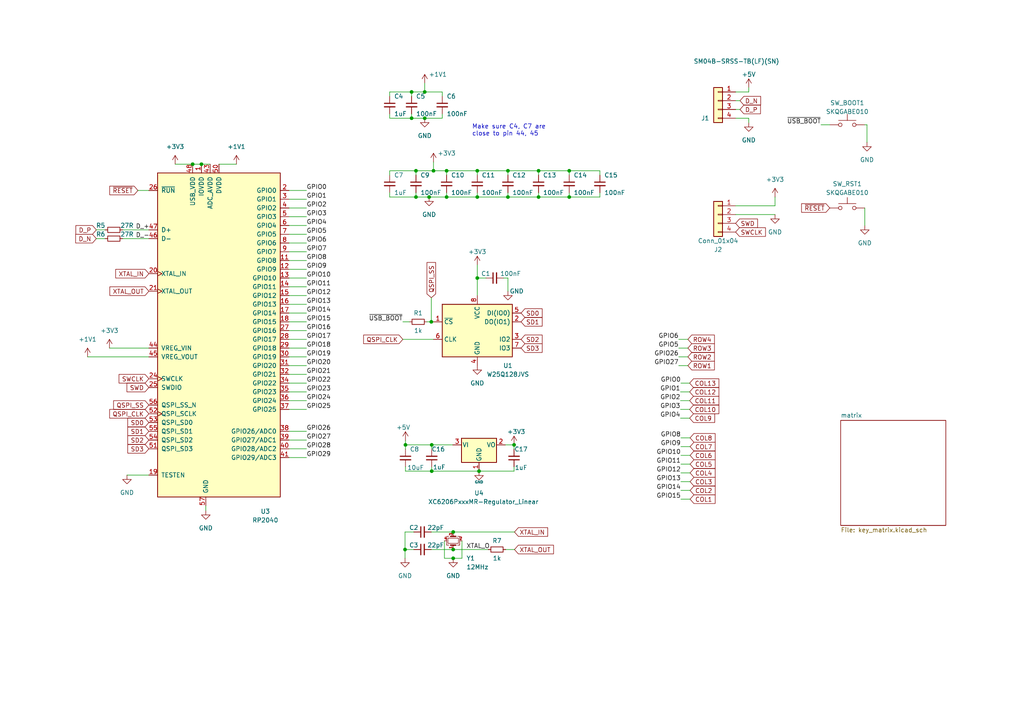
<source format=kicad_sch>
(kicad_sch (version 20230121) (generator eeschema)
  (paper "A4")
  (title_block (title "RP2040 - Design Guide") (date "2021-12-07") (rev "0.1") (company "Sleepdealer"))
  (lib_symbols
    (symbol "+5V_1" (power) (pin_names (offset 0))
      (property "Value" "+5V_1" (at 0 3.556 0))
      (symbol "+5V_1_0_1"
        (polyline (pts (xy -0.762 1.27) (xy 0 2.54)))
        (polyline (pts (xy 0 0) (xy 0 2.54)))
        (polyline (pts (xy 0 2.54) (xy 0.762 1.27)))
      )
      (symbol "+5V_1_1_1"
        (pin power_in line (at 0 0 90) (length 0) hide (name "+5V") (number "1"))
      )
    )
    (symbol "Connector_Generic:Conn_01x04" (pin_names (offset 1.016) hide)
      (property "Reference" "J" (at 0 5.08 0))
      (property "Value" "Conn_01x04" (at 0 -7.62 0))
      (symbol "Conn_01x04_1_1"
        (rectangle (start -1.27 -4.953) (end 0 -5.207) (stroke (width 0.1524)))
        (rectangle (start -1.27 -2.413) (end 0 -2.667) (stroke (width 0.1524)))
        (rectangle (start -1.27 0.127) (end 0 -0.127) (stroke (width 0.1524)))
        (rectangle (start -1.27 2.667) (end 0 2.413) (stroke (width 0.1524)))
        (rectangle (start -1.27 3.81) (end 1.27 -6.35) (stroke (width 0.254)) (fill (type background)))
        (pin passive line (at -5.08 2.54 0) (length 3.81) (name "Pin_1") (number "1"))
        (pin passive line (at -5.08 0 0) (length 3.81) (name "Pin_2") (number "2"))
        (pin passive line (at -5.08 -2.54 0) (length 3.81) (name "Pin_3") (number "3"))
        (pin passive line (at -5.08 -5.08 0) (length 3.81) (name "Pin_4") (number "4"))
      )
    )
    (symbol "Device:C_Small" (pin_numbers hide) (pin_names (offset 0.254) hide)
      (property "Reference" "C" (at 0.254 1.778 0))
      (property "Value" "C_Small" (at 0.254 -2.032 0))
      (symbol "C_Small_0_1"
        (polyline (pts (xy -1.524 -0.508) (xy 1.524 -0.508)) (stroke (width 0.3302)))
        (polyline (pts (xy -1.524 0.508) (xy 1.524 0.508)) (stroke (width 0.3048)))
      )
      (symbol "C_Small_1_1"
        (pin passive line (at 0 2.54 270) (length 2.032) (name "~") (number "1"))
        (pin passive line (at 0 -2.54 90) (length 2.032) (name "~") (number "2"))
      )
    )
    (symbol "Device:Crystal_GND24_Small" (pin_names (offset 1.016) hide)
      (property "Reference" "Y" (at 1.27 4.445 0))
      (property "Value" "Crystal_GND24_Small" (at 1.27 2.54 0))
      (symbol "Crystal_GND24_Small_0_1"
        (rectangle (start -0.762 -1.524) (end 0.762 1.524))
        (polyline (pts (xy -1.27 -0.762) (xy -1.27 0.762)) (stroke (width 0.381)))
        (polyline (pts (xy 1.27 -0.762) (xy 1.27 0.762)) (stroke (width 0.381)))
        (polyline (pts (xy -1.27 -1.27) (xy -1.27 -1.905) (xy 1.27 -1.905) (xy 1.27 -1.27)))
        (polyline (pts (xy -1.27 1.27) (xy -1.27 1.905) (xy 1.27 1.905) (xy 1.27 1.27)))
      )
      (symbol "Crystal_GND24_Small_1_1"
        (pin passive line (at -2.54 0 0) (length 1.27) (name "1") (number "1"))
        (pin passive line (at 0 -2.54 90) (length 0.635) (name "2") (number "2"))
        (pin passive line (at 2.54 0 180) (length 1.27) (name "3") (number "3"))
        (pin passive line (at 0 2.54 270) (length 0.635) (name "4") (number "4"))
      )
    )
    (symbol "Device:R_Small" (pin_numbers hide) (pin_names (offset 0.254) hide)
      (property "Reference" "R" (at 0.762 0.508 0))
      (property "Value" "R_Small" (at 0.762 -1.016 0))
      (symbol "R_Small_0_1"
        (rectangle (start -0.762 1.778) (end 0.762 -1.778) (stroke (width 0.2032)))
      )
      (symbol "R_Small_1_1"
        (pin passive line (at 0 2.54 270) (length 0.762) (name "~") (number "1"))
        (pin passive line (at 0 -2.54 90) (length 0.762) (name "~") (number "2"))
      )
    )
    (symbol "Memory_Flash:W25Q128JVS"
      (property "Reference" "U" (at -8.89 8.89 0))
      (property "Value" "W25Q128JVS" (at 7.62 8.89 0))
      (symbol "W25Q128JVS_0_1"
        (rectangle (start -10.16 7.62) (end 10.16 -7.62) (stroke (width 0.254)) (fill (type background)))
      )
      (symbol "W25Q128JVS_1_1"
        (pin input line (at -12.7 2.54 0) (length 2.54) (name "~{CS}") (number "1"))
        (pin bidirectional line (at 12.7 2.54 180) (length 2.54) (name "DO(IO1)") (number "2"))
        (pin bidirectional line (at 12.7 -2.54 180) (length 2.54) (name "IO2") (number "3"))
        (pin power_in line (at 0 -10.16 90) (length 2.54) (name "GND") (number "4"))
        (pin bidirectional line (at 12.7 5.08 180) (length 2.54) (name "DI(IO0)") (number "5"))
        (pin input line (at -12.7 -2.54 0) (length 2.54) (name "CLK") (number "6"))
        (pin bidirectional line (at 12.7 -5.08 180) (length 2.54) (name "IO3") (number "7"))
        (pin power_in line (at 0 10.16 270) (length 2.54) (name "VCC") (number "8"))
      )
    )
    (symbol "Sleep-lib:RP2040" (pin_names (offset 1.016))
      (property "Reference" "U" (at 8.89 51.435 0))
      (property "Value" "RP2040" (at 8.89 48.895 0))
      (symbol "RP2040_0_0"
        (rectangle (start -17.78 -45.72) (end 17.78 48.26) (stroke (width 0.254)) (fill (type background)))
      )
      (symbol "RP2040_1_1"
        (pin power_in line (at -5.08 50.8 270) (length 2.54) (name "IOVDD") (number "1"))
        (pin power_in line (at -5.08 50.8 270) (length 2.54) hide (name "IOVDD") (number "10"))
        (pin input line (at 20.32 22.86 180) (length 2.54) (name "GPIO8") (number "11"))
        (pin input line (at 20.32 20.32 180) (length 2.54) (name "GPIO9") (number "12"))
        (pin input line (at 20.32 17.78 180) (length 2.54) (name "GPIO10") (number "13"))
        (pin input line (at 20.32 15.24 180) (length 2.54) (name "GPIO11") (number "14"))
        (pin input line (at 20.32 12.7 180) (length 2.54) (name "GPIO12") (number "15"))
        (pin input line (at 20.32 10.16 180) (length 2.54) (name "GPIO13") (number "16"))
        (pin input line (at 20.32 7.62 180) (length 2.54) (name "GPIO14") (number "17"))
        (pin input line (at 20.32 5.08 180) (length 2.54) (name "GPIO15") (number "18"))
        (pin input line (at -20.32 -39.37 0) (length 2.54) (name "TESTEN") (number "19"))
        (pin input line (at 20.32 43.18 180) (length 2.54) (name "GPIO0") (number "2"))
        (pin input clock (at -20.32 19.05 0) (length 2.54) (name "XTAL_IN") (number "20"))
        (pin input clock (at -20.32 13.97 0) (length 2.54) (name "XTAL_OUT") (number "21"))
        (pin power_in line (at -5.08 50.8 270) (length 2.54) hide (name "IOVDD") (number "22"))
        (pin power_in line (at 0 50.8 270) (length 2.54) hide (name "DVDD") (number "23"))
        (pin input clock (at -20.32 -11.43 0) (length 2.54) (name "SWCLK") (number "24"))
        (pin bidirectional line (at -20.32 -13.97 0) (length 2.54) (name "SWDIO") (number "25"))
        (pin input line (at -20.32 43.18 0) (length 2.54) (name "~{RUN}") (number "26"))
        (pin input line (at 20.32 2.54 180) (length 2.54) (name "GPIO16") (number "27"))
        (pin input line (at 20.32 0 180) (length 2.54) (name "GPIO17") (number "28"))
        (pin input line (at 20.32 -2.54 180) (length 2.54) (name "GPIO18") (number "29"))
        (pin input line (at 20.32 40.64 180) (length 2.54) (name "GPIO1") (number "3"))
        (pin input line (at 20.32 -5.08 180) (length 2.54) (name "GPIO19") (number "30"))
        (pin input line (at 20.32 -7.62 180) (length 2.54) (name "GPIO20") (number "31"))
        (pin input line (at 20.32 -10.16 180) (length 2.54) (name "GPIO21") (number "32"))
        (pin power_in line (at -5.08 50.8 270) (length 2.54) hide (name "IOVDD") (number "33"))
        (pin input line (at 20.32 -12.7 180) (length 2.54) (name "GPIO22") (number "34"))
        (pin input line (at 20.32 -15.24 180) (length 2.54) (name "GPIO23") (number "35"))
        (pin input line (at 20.32 -17.78 180) (length 2.54) (name "GPIO24") (number "36"))
        (pin input line (at 20.32 -20.32 180) (length 2.54) (name "GPIO25") (number "37"))
        (pin input line (at 20.32 -26.67 180) (length 2.54) (name "GPIO26/ADC0") (number "38"))
        (pin input line (at 20.32 -29.21 180) (length 2.54) (name "GPIO27/ADC1") (number "39"))
        (pin input line (at 20.32 38.1 180) (length 2.54) (name "GPIO2") (number "4"))
        (pin input line (at 20.32 -31.75 180) (length 2.54) (name "GPIO28/ADC2") (number "40"))
        (pin input line (at 20.32 -34.29 180) (length 2.54) (name "GPIO29/ADC3") (number "41"))
        (pin power_in line (at -5.08 50.8 270) (length 2.54) hide (name "IOVDD") (number "42"))
        (pin power_in line (at -2.54 50.8 270) (length 2.54) (name "ADC_AVDD") (number "43"))
        (pin power_in line (at -20.32 -2.54 0) (length 2.54) (name "VREG_VIN") (number "44"))
        (pin power_out line (at -20.32 -5.08 0) (length 2.54) (name "VREG_VOUT") (number "45"))
        (pin bidirectional line (at -20.32 29.21 0) (length 2.54) (name "D-") (number "46"))
        (pin bidirectional line (at -20.32 31.75 0) (length 2.54) (name "D+") (number "47"))
        (pin power_in line (at -7.62 50.8 270) (length 2.54) (name "USB_VDD") (number "48"))
        (pin power_in line (at -5.08 50.8 270) (length 2.54) hide (name "IOVDD") (number "49"))
        (pin input line (at 20.32 35.56 180) (length 2.54) (name "GPIO3") (number "5"))
        (pin power_in line (at 0 50.8 270) (length 2.54) (name "DVDD") (number "50"))
        (pin bidirectional line (at -20.32 -31.75 0) (length 2.54) (name "QSPI_SD3") (number "51"))
        (pin input clock (at -20.32 -21.59 0) (length 2.54) (name "QSPI_SCLK") (number "52"))
        (pin bidirectional line (at -20.32 -24.13 0) (length 2.54) (name "QSPI_SD0") (number "53"))
        (pin bidirectional line (at -20.32 -29.21 0) (length 2.54) (name "QSPI_SD2") (number "54"))
        (pin bidirectional line (at -20.32 -26.67 0) (length 2.54) (name "QSPI_SD1") (number "55"))
        (pin bidirectional line (at -20.32 -19.05 0) (length 2.54) (name "QSPI_SS_N") (number "56"))
        (pin power_in line (at -3.81 -48.26 90) (length 2.54) (name "GND") (number "57"))
        (pin input line (at 20.32 33.02 180) (length 2.54) (name "GPIO4") (number "6"))
        (pin input line (at 20.32 30.48 180) (length 2.54) (name "GPIO5") (number "7"))
        (pin input line (at 20.32 27.94 180) (length 2.54) (name "GPIO6") (number "8"))
        (pin input line (at 20.32 25.4 180) (length 2.54) (name "GPIO7") (number "9"))
      )
    )
    (symbol "Switch:SW_Push" (pin_numbers hide) (pin_names (offset 1.016) hide)
      (property "Reference" "SW" (at 1.27 2.54 0))
      (property "Value" "SW_Push" (at 0 -1.524 0))
      (symbol "SW_Push_0_1"
        (circle (center -2.032 0) (radius 0.508))
        (polyline (pts (xy 0 1.27) (xy 0 3.048)))
        (polyline (pts (xy 2.54 1.27) (xy -2.54 1.27)))
        (circle (center 2.032 0) (radius 0.508))
        (pin passive line (at -5.08 0 0) (length 2.54) (name "1") (number "1"))
        (pin passive line (at 5.08 0 180) (length 2.54) (name "2") (number "2"))
      )
    )
    (symbol "kicad-keyboard-parts:XC6206PxxxMR-Regulator_Linear" (pin_names (offset 0.254))
      (property "Reference" "U" (at -3.81 3.175 0))
      (property "Value" "XC6206PxxxMR-Regulator_Linear" (at 0 3.175 0))
      (property "LCSC" "C5446" (at 0 0 0))
      (symbol "XC6206PxxxMR-Regulator_Linear_0_1"
        (rectangle (start -5.08 1.905) (end 5.08 -5.08) (stroke (width 0.254)) (fill (type background)))
      )
      (symbol "XC6206PxxxMR-Regulator_Linear_1_1"
        (pin power_in line (at 0 -7.62 90) (length 2.54) (name "GND") (number "1"))
        (pin power_out line (at 7.62 0 180) (length 2.54) (name "VO") (number "2"))
        (pin power_in line (at -7.62 0 0) (length 2.54) (name "VI") (number "3"))
      )
    )
    (symbol "power:+1V1" (power) (pin_names (offset 0))
      (property "Value" "+1V1" (at 0 3.556 0))
      (symbol "+1V1_0_1"
        (polyline (pts (xy -0.762 1.27) (xy 0 2.54)))
        (polyline (pts (xy 0 0) (xy 0 2.54)))
        (polyline (pts (xy 0 2.54) (xy 0.762 1.27)))
      )
      (symbol "+1V1_1_1"
        (pin power_in line (at 0 0 90) (length 0) hide (name "+1V1") (number "1"))
      )
    )
    (symbol "power:+3.3V" (power) (pin_names (offset 0))
      (property "Value" "+3.3V" (at 0 3.556 0))
      (symbol "+3.3V_0_1"
        (polyline (pts (xy -0.762 1.27) (xy 0 2.54)))
        (polyline (pts (xy 0 0) (xy 0 2.54)))
        (polyline (pts (xy 0 2.54) (xy 0.762 1.27)))
      )
      (symbol "+3.3V_1_1"
        (pin power_in line (at 0 0 90) (length 0) hide (name "+3V3") (number "1"))
      )
    )
    (symbol "power:+3V3" (power) (pin_names (offset 0))
      (property "Value" "+3V3" (at 0 3.556 0))
      (symbol "+3V3_0_1"
        (polyline (pts (xy -0.762 1.27) (xy 0 2.54)))
        (polyline (pts (xy 0 0) (xy 0 2.54)))
        (polyline (pts (xy 0 2.54) (xy 0.762 1.27)))
      )
      (symbol "+3V3_1_1"
        (pin power_in line (at 0 0 90) (length 0) hide (name "+3V3") (number "1"))
      )
    )
    (symbol "power:+5V" (power) (pin_names (offset 0))
      (property "Value" "+5V" (at 0 3.556 0))
      (symbol "+5V_0_1"
        (polyline (pts (xy -0.762 1.27) (xy 0 2.54)))
        (polyline (pts (xy 0 0) (xy 0 2.54)))
        (polyline (pts (xy 0 2.54) (xy 0.762 1.27)))
      )
      (symbol "+5V_1_1"
        (pin power_in line (at 0 0 90) (length 0) hide (name "+5V") (number "1"))
      )
    )
    (symbol "power:GND" (power) (pin_names (offset 0))
      (property "Value" "GND" (at 0 -3.81 0))
      (symbol "GND_0_1"
        (polyline (pts (xy 0 0) (xy 0 -1.27) (xy 1.27 -1.27) (xy 0 -2.54) (xy -1.27 -1.27) (xy 0 -1.27)))
      )
      (symbol "GND_1_1"
        (pin power_in line (at 0 0 270) (length 0) hide (name "GND") (number "1"))
      )
    )
  )
  (junction (at 131.445 161.925))
  (junction (at 131.445 159.385))
  (junction (at 58.42 47.625))
  (junction (at 124.46 57.15))
  (junction (at 120.65 57.15))
  (junction (at 138.43 57.15))
  (junction (at 138.43 49.53))
  (junction (at 147.32 57.15))
  (junction (at 156.21 49.53))
  (junction (at 147.32 49.53))
  (junction (at 125.095 93.345))
  (junction (at 156.21 57.15))
  (junction (at 120.65 49.53))
  (junction (at 138.43 80.645))
  (junction (at 125.222 136.652))
  (junction (at 119.38 26.67))
  (junction (at 117.602 129.032))
  (junction (at 117.475 159.385))
  (junction (at 149.098 129.032) (diameter 0.9144))
  (junction (at 125.73 49.53))
  (junction (at 129.54 49.53))
  (junction (at 55.88 47.625))
  (junction (at 129.54 57.15))
  (junction (at 165.1 57.15))
  (junction (at 119.38 34.29))
  (junction (at 138.938 136.652) (diameter 0.9144))
  (junction (at 165.1 49.53))
  (junction (at 123.19 26.67))
  (junction (at 131.445 154.305))
  (junction (at 125.222 129.032))
  (junction (at 123.19 34.29))
  (wire (pts (xy 197.358 118.745) (xy 200.025 118.745)))
  (wire (pts (xy 88.9 106.045) (xy 83.82 106.045)))
  (wire (pts (xy 217.17 34.29) (xy 213.36 34.29)))
  (wire (pts (xy 123.19 24.13) (xy 123.19 26.67)))
  (wire (pts (xy 117.602 127.762) (xy 117.602 129.032)))
  (wire (pts (xy 125.73 46.99) (xy 125.73 49.53)))
  (wire (pts (xy 129.54 49.53) (xy 138.43 49.53)))
  (wire (pts (xy 138.43 49.53) (xy 138.43 50.8)))
  (wire (pts (xy 27.94 69.215) (xy 30.48 69.215)))
  (wire (pts (xy 83.82 103.505) (xy 88.9 103.505)))
  (wire (pts (xy 125.095 159.385) (xy 131.445 159.385)))
  (wire (pts (xy 131.445 159.385) (xy 141.605 159.385)))
  (wire (pts (xy 146.685 159.385) (xy 149.225 159.385)))
  (wire (pts (xy 117.602 129.032) (xy 125.222 129.032)))
  (wire (pts (xy 156.21 49.53) (xy 165.1 49.53)))
  (wire (pts (xy 165.1 49.53) (xy 165.1 50.8)))
  (wire (pts (xy 147.32 49.53) (xy 156.21 49.53)))
  (wire (pts (xy 138.43 49.53) (xy 147.32 49.53)))
  (wire (pts (xy 83.82 73.025) (xy 88.9 73.025)))
  (wire (pts (xy 117.475 159.385) (xy 117.475 161.925)))
  (wire (pts (xy 196.85 106.045) (xy 199.517 106.045)))
  (wire (pts (xy 88.9 130.175) (xy 83.82 130.175)))
  (wire (pts (xy 59.69 146.685) (xy 59.69 148.082)))
  (wire (pts (xy 88.9 111.125) (xy 83.82 111.125)))
  (wire (pts (xy 125.095 93.345) (xy 125.73 93.345)))
  (wire (pts (xy 196.85 103.505) (xy 199.517 103.505)))
  (wire (pts (xy 35.56 66.675) (xy 43.18 66.675)))
  (wire (pts (xy 214.63 29.21) (xy 213.36 29.21)))
  (wire (pts (xy 196.85 98.425) (xy 199.517 98.425)))
  (wire (pts (xy 123.825 93.345) (xy 125.095 93.345)))
  (wire (pts (xy 197.485 129.54) (xy 200.152 129.54)))
  (wire (pts (xy 125.222 135.382) (xy 125.222 136.652)))
  (wire (pts (xy 117.602 130.302) (xy 117.602 129.032)))
  (wire (pts (xy 128.905 156.845) (xy 128.905 161.925)))
  (wire (pts (xy 128.905 161.925) (xy 131.445 161.925)))
  (wire (pts (xy 224.79 62.23) (xy 213.36 62.23)))
  (wire (pts (xy 63.5 47.625) (xy 68.58 47.625)))
  (wire (pts (xy 88.9 132.715) (xy 83.82 132.715)))
  (wire (pts (xy 119.38 33.02) (xy 119.38 34.29)))
  (wire (pts (xy 27.94 66.675) (xy 30.48 66.675)))
  (wire (pts (xy 213.36 59.69) (xy 224.79 59.69)))
  (wire (pts (xy 217.17 25.4) (xy 217.17 26.67)))
  (wire (pts (xy 55.88 47.625) (xy 58.42 47.625)))
  (wire (pts (xy 50.8 47.625) (xy 55.88 47.625)))
  (wire (pts (xy 58.42 47.625) (xy 60.96 47.625)))
  (wire (pts (xy 133.985 161.925) (xy 131.445 161.925)))
  (wire (pts (xy 133.985 156.845) (xy 133.985 161.925)))
  (wire (pts (xy 147.32 80.645) (xy 147.32 84.455)))
  (wire (pts (xy 83.82 88.265) (xy 88.9 88.265)))
  (wire (pts (xy 117.475 159.385) (xy 120.015 159.385)))
  (wire (pts (xy 120.015 154.305) (xy 117.475 154.305)))
  (wire (pts (xy 117.475 154.305) (xy 117.475 159.385)))
  (wire (pts (xy 83.82 60.325) (xy 88.9 60.325)))
  (wire (pts (xy 125.095 86.36) (xy 125.095 93.345)))
  (wire (pts (xy 31.75 100.965) (xy 43.18 100.965)))
  (wire (pts (xy 197.485 144.78) (xy 200.152 144.78)))
  (wire (pts (xy 83.82 65.405) (xy 88.9 65.405)))
  (wire (pts (xy 138.938 136.652) (xy 149.098 136.652)))
  (wire (pts (xy 83.82 95.885) (xy 88.9 95.885)))
  (wire (pts (xy 36.83 137.795) (xy 43.18 137.795)))
  (wire (pts (xy 116.84 93.345) (xy 118.745 93.345)))
  (wire (pts (xy 129.54 57.15) (xy 138.43 57.15)))
  (wire (pts (xy 138.43 57.15) (xy 138.43 55.88)))
  (wire (pts (xy 138.43 80.645) (xy 138.43 85.725)))
  (wire (pts (xy 146.05 80.645) (xy 147.32 80.645)))
  (wire (pts (xy 214.63 31.75) (xy 213.36 31.75)))
  (wire (pts (xy 147.32 49.53) (xy 147.32 50.8)))
  (wire (pts (xy 88.9 113.665) (xy 83.82 113.665)))
  (wire (pts (xy 197.485 111.125) (xy 200.025 111.125)))
  (wire (pts (xy 83.82 100.965) (xy 88.9 100.965)))
  (wire (pts (xy 117.602 135.382) (xy 117.602 136.652)))
  (wire (pts (xy 147.32 55.88) (xy 147.32 57.15)))
  (wire (pts (xy 120.65 55.88) (xy 120.65 57.15)))
  (wire (pts (xy 83.82 85.725) (xy 88.9 85.725)))
  (wire (pts (xy 197.358 113.665) (xy 200.025 113.665)))
  (wire (pts (xy 123.19 34.29) (xy 128.27 34.29)))
  (wire (pts (xy 128.27 34.29) (xy 128.27 33.02)))
  (wire (pts (xy 165.1 49.53) (xy 173.99 49.53)))
  (wire (pts (xy 173.99 49.53) (xy 173.99 50.8)))
  (wire (pts (xy 251.46 36.195) (xy 250.825 36.195)))
  (wire (pts (xy 117.602 136.652) (xy 125.222 136.652)))
  (wire (pts (xy 83.82 55.245) (xy 88.9 55.245)))
  (wire (pts (xy 88.9 125.095) (xy 83.82 125.095)))
  (wire (pts (xy 83.82 62.865) (xy 88.9 62.865)))
  (wire (pts (xy 149.098 129.032) (xy 149.098 130.302)))
  (wire (pts (xy 113.03 49.53) (xy 120.65 49.53)))
  (wire (pts (xy 120.65 49.53) (xy 120.65 50.8)))
  (wire (pts (xy 113.03 57.15) (xy 120.65 57.15)))
  (wire (pts (xy 129.54 57.15) (xy 129.54 55.88)))
  (wire (pts (xy 197.485 137.16) (xy 200.152 137.16)))
  (wire (pts (xy 116.84 98.425) (xy 125.73 98.425)))
  (wire (pts (xy 156.21 49.53) (xy 156.21 50.8)))
  (wire (pts (xy 250.825 60.325) (xy 250.825 65.405)))
  (wire (pts (xy 129.54 49.53) (xy 129.54 50.8)))
  (wire (pts (xy 197.358 121.285) (xy 200.025 121.285)))
  (wire (pts (xy 138.43 76.835) (xy 138.43 80.645)))
  (wire (pts (xy 156.21 57.15) (xy 165.1 57.15)))
  (wire (pts (xy 147.32 57.15) (xy 156.21 57.15)))
  (wire (pts (xy 165.1 57.15) (xy 165.1 55.88)))
  (wire (pts (xy 138.43 57.15) (xy 147.32 57.15)))
  (wire (pts (xy 238.125 36.195) (xy 240.665 36.195)))
  (wire (pts (xy 83.82 70.485) (xy 88.9 70.485)))
  (wire (pts (xy 123.19 26.67) (xy 128.27 26.67)))
  (wire (pts (xy 128.27 26.67) (xy 128.27 27.94)))
  (wire (pts (xy 156.21 55.88) (xy 156.21 57.15)))
  (wire (pts (xy 113.03 34.29) (xy 119.38 34.29)))
  (wire (pts (xy 113.03 33.02) (xy 113.03 34.29)))
  (wire (pts (xy 119.38 26.67) (xy 119.38 27.94)))
  (wire (pts (xy 43.18 103.505) (xy 25.4 103.505)))
  (wire (pts (xy 113.03 55.88) (xy 113.03 57.15)))
  (wire (pts (xy 224.79 57.15) (xy 224.79 59.69)))
  (wire (pts (xy 88.9 127.635) (xy 83.82 127.635)))
  (wire (pts (xy 196.85 100.965) (xy 199.517 100.965)))
  (wire (pts (xy 83.82 98.425) (xy 88.9 98.425)))
  (wire (pts (xy 149.098 135.382) (xy 149.098 136.652)))
  (wire (pts (xy 251.46 36.195) (xy 251.46 41.275)))
  (wire (pts (xy 83.82 90.805) (xy 88.9 90.805)))
  (wire (pts (xy 125.222 129.032) (xy 131.318 129.032)))
  (wire (pts (xy 120.65 57.15) (xy 124.46 57.15)))
  (wire (pts (xy 83.82 67.945) (xy 88.9 67.945)))
  (wire (pts (xy 173.99 57.15) (xy 173.99 55.88)))
  (wire (pts (xy 165.1 57.15) (xy 173.99 57.15)))
  (wire (pts (xy 83.82 93.345) (xy 88.9 93.345)))
  (wire (pts (xy 40.005 55.245) (xy 43.18 55.245)))
  (wire (pts (xy 197.485 127) (xy 200.152 127)))
  (wire (pts (xy 197.485 134.62) (xy 200.152 134.62)))
  (wire (pts (xy 197.485 132.08) (xy 200.152 132.08)))
  (wire (pts (xy 197.485 142.24) (xy 200.152 142.24)))
  (wire (pts (xy 138.43 80.645) (xy 140.97 80.645)))
  (wire (pts (xy 217.17 35.56) (xy 217.17 34.29)))
  (wire (pts (xy 88.9 108.585) (xy 83.82 108.585)))
  (wire (pts (xy 197.485 139.7) (xy 200.152 139.7)))
  (wire (pts (xy 125.222 129.032) (xy 125.222 130.302)))
  (wire (pts (xy 146.558 129.032) (xy 149.098 129.032)))
  (wire (pts (xy 125.095 154.305) (xy 131.445 154.305)))
  (wire (pts (xy 217.17 26.67) (xy 213.36 26.67)))
  (wire (pts (xy 83.82 80.645) (xy 88.9 80.645)))
  (wire (pts (xy 119.38 34.29) (xy 123.19 34.29)))
  (wire (pts (xy 125.222 136.652) (xy 138.938 136.652)))
  (wire (pts (xy 119.38 26.67) (xy 113.03 26.67)))
  (wire (pts (xy 123.19 26.67) (xy 119.38 26.67)))
  (wire (pts (xy 113.03 26.67) (xy 113.03 27.94)))
  (wire (pts (xy 83.82 57.785) (xy 88.9 57.785)))
  (wire (pts (xy 88.9 118.745) (xy 83.82 118.745)))
  (wire (pts (xy 113.03 50.8) (xy 113.03 49.53)))
  (wire (pts (xy 83.82 83.185) (xy 88.9 83.185)))
  (wire (pts (xy 120.65 49.53) (xy 125.73 49.53)))
  (wire (pts (xy 125.73 49.53) (xy 129.54 49.53)))
  (wire (pts (xy 197.358 116.205) (xy 200.025 116.205)))
  (wire (pts (xy 83.82 78.105) (xy 88.9 78.105)))
  (wire (pts (xy 88.9 116.205) (xy 83.82 116.205)))
  (wire (pts (xy 124.46 57.15) (xy 129.54 57.15)))
  (wire (pts (xy 35.56 69.215) (xy 43.18 69.215)))
  (wire (pts (xy 131.445 154.305) (xy 149.225 154.305)))
  (wire (pts (xy 83.82 75.565) (xy 88.9 75.565)))
  (text "Make sure C4, C7 are \nclose to pin 44, 45" (at 136.906 39.624 0) (effects (font (size 1.27 1.27)) (justify left bottom)))
  (label "GPIO28" (at 88.9 130.175 0))
  (label "GPIO18" (at 88.9 100.965 0))
  (label "GPIO5" (at 88.9 67.945 0))
  (label "GPIO26" (at 196.85 103.505 180))
  (label "GPIO2" (at 197.358 116.205 180))
  (label "GPIO8" (at 88.9 75.565 0))
  (label "GPIO20" (at 88.9 106.045 0))
  (label "GPIO13" (at 197.485 139.7 180))
  (label "GPIO27" (at 196.85 106.045 180))
  (label "GPIO25" (at 88.9 118.745 0))
  (label "GPIO12" (at 88.9 85.725 0))
  (label "GPIO8" (at 197.485 127 180))
  (label "GPIO4" (at 88.9 65.405 0))
  (label "GPIO11" (at 88.9 83.185 0))
  (label "GPIO2" (at 88.9 60.325 0))
  (label "GPIO11" (at 197.485 134.62 180))
  (label "GPIO9" (at 88.9 78.105 0))
  (label "GPIO0" (at 197.485 111.125 180))
  (label "GPIO17" (at 88.9 98.425 0))
  (label "GPIO4" (at 197.358 121.285 180))
  (label "XTAL_O" (at 135.255 159.385 0))
  (label "GPIO6" (at 196.85 98.425 180))
  (label "GPIO3" (at 88.9 62.865 0))
  (label "GPIO29" (at 88.9 132.715 0))
  (label "GPIO13" (at 88.9 88.265 0))
  (label "GPIO15" (at 88.9 93.345 0))
  (label "D_-" (at 39.37 69.215 0))
  (label "GPIO5" (at 196.85 100.965 180))
  (label "GPIO21" (at 88.9 108.585 0))
  (label "GPIO3" (at 197.358 118.745 180))
  (label "GPIO27" (at 88.9 127.635 0))
  (label "GPIO22" (at 88.9 111.125 0))
  (label "GPIO26" (at 88.9 125.095 0))
  (label "GPIO7" (at 88.9 73.025 0))
  (label "D_+" (at 39.37 66.675 0))
  (label "GPIO14" (at 197.485 142.24 180))
  (label "GPIO15" (at 197.485 144.78 180))
  (label "~{USB_BOOT}" (at 116.84 93.345 180))
  (label "~{USB_BOOT}" (at 238.125 36.195 180))
  (label "GPIO23" (at 88.9 113.665 0))
  (label "GPIO9" (at 197.485 129.54 180))
  (label "GPIO6" (at 88.9 70.485 0))
  (label "GPIO19" (at 88.9 103.505 0))
  (label "GPIO16" (at 88.9 95.885 0))
  (label "GPIO12" (at 197.485 137.16 180))
  (label "GPIO24" (at 88.9 116.205 0))
  (label "GPIO10" (at 197.485 132.08 180))
  (label "GPIO0" (at 88.9 55.245 0))
  (label "GPIO1" (at 197.358 113.665 180))
  (label "GPIO14" (at 88.9 90.805 0))
  (label "GPIO1" (at 88.9 57.785 0))
  (label "GPIO10" (at 88.9 80.645 0))
  (global_label "ROW1" (shape input) (at 199.517 106.045 0) (property "Intersheetrefs" "${INTERSHEET_REFS}" (effects hide)))
  (global_label "SWCLK" (shape input) (at 43.18 109.855 180) (property "Intersheetrefs" "${INTERSHEET_REFS}" (effects hide)))
  (global_label "COL1" (shape input) (at 200.152 144.78 0) (property "Intersheetrefs" "${INTERSHEET_REFS}" (effects hide)))
  (global_label "D_P" (shape input) (at 214.63 31.75 0) (property "Intersheetrefs" "${INTERSHEET_REFS}" (effects hide)))
  (global_label "COL11" (shape input) (at 200.025 116.205 0) (property "Intersheetrefs" "${INTERSHEET_REFS}" (effects hide)))
  (global_label "QSPI_CLK" (shape input) (at 116.84 98.425 180) (property "Intersheetrefs" "${INTERSHEET_REFS}" (effects hide)))
  (global_label "ROW2" (shape input) (at 199.517 103.505 0) (property "Intersheetrefs" "${INTERSHEET_REFS}" (effects hide)))
  (global_label "SD0" (shape input) (at 43.18 122.555 180) (property "Intersheetrefs" "${INTERSHEET_REFS}" (effects hide)))
  (global_label "XTAL_IN" (shape input) (at 43.18 79.375 180) (property "Intersheetrefs" "${INTERSHEET_REFS}" (effects hide)))
  (global_label "D_P" (shape input) (at 27.94 66.675 180) (property "Intersheetrefs" "${INTERSHEET_REFS}" (effects hide)))
  (global_label "SWCLK" (shape input) (at 213.36 67.31 0) (property "Intersheetrefs" "${INTERSHEET_REFS}" (effects hide)))
  (global_label "D_N" (shape input) (at 214.63 29.21 0) (property "Intersheetrefs" "${INTERSHEET_REFS}" (effects hide)))
  (global_label "QSPI_SS" (shape input) (at 125.095 86.36 90) (property "Intersheetrefs" "${INTERSHEET_REFS}" (effects hide)))
  (global_label "COL10" (shape input) (at 200.025 118.745 0) (property "Intersheetrefs" "${INTERSHEET_REFS}" (effects hide)))
  (global_label "D_N" (shape input) (at 27.94 69.215 180) (property "Intersheetrefs" "${INTERSHEET_REFS}" (effects hide)))
  (global_label "XTAL_IN" (shape input) (at 149.225 154.305 0) (property "Intersheetrefs" "${INTERSHEET_REFS}" (effects hide)))
  (global_label "XTAL_OUT" (shape input) (at 43.18 84.455 180) (property "Intersheetrefs" "${INTERSHEET_REFS}" (effects hide)))
  (global_label "COL5" (shape input) (at 200.152 134.62 0) (property "Intersheetrefs" "${INTERSHEET_REFS}" (effects hide)))
  (global_label "SD1" (shape input) (at 43.18 125.095 180) (property "Intersheetrefs" "${INTERSHEET_REFS}" (effects hide)))
  (global_label "~{RESET}" (shape input) (at 240.665 60.325 180) (property "Intersheetrefs" "${INTERSHEET_REFS}" (effects hide)))
  (global_label "COL4" (shape input) (at 200.152 137.16 0) (property "Intersheetrefs" "${INTERSHEET_REFS}" (effects hide)))
  (global_label "XTAL_OUT" (shape input) (at 149.225 159.385 0) (property "Intersheetrefs" "${INTERSHEET_REFS}" (effects hide)))
  (global_label "ROW3" (shape input) (at 199.517 100.965 0) (property "Intersheetrefs" "${INTERSHEET_REFS}" (effects hide)))
  (global_label "COL9" (shape input) (at 200.025 121.285 0) (property "Intersheetrefs" "${INTERSHEET_REFS}" (effects hide)))
  (global_label "QSPI_SS" (shape input) (at 43.18 117.475 180) (property "Intersheetrefs" "${INTERSHEET_REFS}" (effects hide)))
  (global_label "COL13" (shape input) (at 200.025 111.125 0) (property "Intersheetrefs" "${INTERSHEET_REFS}" (effects hide)))
  (global_label "SWD" (shape input) (at 43.18 112.395 180) (property "Intersheetrefs" "${INTERSHEET_REFS}" (effects hide)))
  (global_label "SD1" (shape input) (at 151.13 93.345 0) (property "Intersheetrefs" "${INTERSHEET_REFS}" (effects hide)))
  (global_label "SD3" (shape input) (at 43.18 130.175 180) (property "Intersheetrefs" "${INTERSHEET_REFS}" (effects hide)))
  (global_label "COL12" (shape input) (at 200.025 113.665 0) (property "Intersheetrefs" "${INTERSHEET_REFS}" (effects hide)))
  (global_label "COL6" (shape input) (at 200.152 132.08 0) (property "Intersheetrefs" "${INTERSHEET_REFS}" (effects hide)))
  (global_label "COL7" (shape input) (at 200.152 129.54 0) (property "Intersheetrefs" "${INTERSHEET_REFS}" (effects hide)))
  (global_label "COL8" (shape input) (at 200.152 127 0) (property "Intersheetrefs" "${INTERSHEET_REFS}" (effects hide)))
  (global_label "QSPI_CLK" (shape input) (at 43.18 120.015 180) (property "Intersheetrefs" "${INTERSHEET_REFS}" (effects hide)))
  (global_label "ROW4" (shape input) (at 199.517 98.425 0) (property "Intersheetrefs" "${INTERSHEET_REFS}" (effects hide)))
  (global_label "SD2" (shape input) (at 43.18 127.635 180) (property "Intersheetrefs" "${INTERSHEET_REFS}" (effects hide)))
  (global_label "COL2" (shape input) (at 200.152 142.24 0) (property "Intersheetrefs" "${INTERSHEET_REFS}" (effects hide)))
  (global_label "SD2" (shape input) (at 151.13 98.425 0) (property "Intersheetrefs" "${INTERSHEET_REFS}" (effects hide)))
  (global_label "SD3" (shape input) (at 151.13 100.965 0) (property "Intersheetrefs" "${INTERSHEET_REFS}" (effects hide)))
  (global_label "SWD" (shape input) (at 213.36 64.77 0) (property "Intersheetrefs" "${INTERSHEET_REFS}" (effects hide)))
  (global_label "COL3" (shape input) (at 200.152 139.7 0) (property "Intersheetrefs" "${INTERSHEET_REFS}" (effects hide)))
  (global_label "SD0" (shape input) (at 151.13 90.805 0) (property "Intersheetrefs" "${INTERSHEET_REFS}" (effects hide)))
  (global_label "~{RESET}" (shape input) (at 40.005 55.245 180) (property "Intersheetrefs" "${INTERSHEET_REFS}" (effects hide)))
  (symbol (lib_id "Device:C_Small") (at 147.32 53.34 0) (unit 1)
    (property "Reference" "C12" (at 148.59 50.7999 0) (effects (justify left)))
    (property "Value" "100nF" (at 148.59 55.8799 0) (effects (justify left)))
    (property "Footprint" "Capacitor_SMD:C_0402_1005Metric" (effects hide))
  )
  (symbol (lib_id "power:+3V3") (at 138.43 76.835 0) (unit 1)
    (property "Reference" "#PWR01" (effects hide))
    (property "Value" "+3V3" (at 138.43 73.025 0))
  )
  (symbol (lib_id "Sleep-lib:RP2040") (at 63.5 98.425 0) (unit 1)
    (property "Reference" "U3" (at 76.962 148.336 0))
    (property "Value" "RP2040" (at 76.962 150.876 0))
    (property "Footprint" "Sleep-lib:RP2040-QFN-56" (effects hide))
    (property "Datasheet" "https://datasheets.raspberrypi.com/rp2040/rp2040-datasheet.pdf" (effects hide))
    (property "LCSC" "C2040" (effects hide))
  )
  (symbol (lib_id "Switch:SW_Push") (at 245.745 60.325 0) (mirror y) (unit 1) (in_bom no)
    (property "Reference" "SW_RST1" (at 245.745 53.34 0))
    (property "Value" "SKQGABE010" (at 245.745 55.88 0))
    (property "Footprint" "Button_Switch_SMD:SW_SPST_SKQG_WithoutStem" (effects hide))
  )
  (symbol (lib_id "power:GND") (at 124.46 57.15 0) (unit 1)
    (property "Reference" "#PWR026" (effects hide))
    (property "Value" "GND" (at 124.46 62.23 0))
  )
  (symbol (lib_id "Device:C_Small") (at 113.03 53.34 0) (unit 1)
    (property "Reference" "C7" (at 114.3 50.7999 0) (effects (justify left)))
    (property "Value" "1uF" (at 114.3 55.8799 0) (effects (justify left)))
    (property "Footprint" "Capacitor_SMD:C_0402_1005Metric" (effects hide))
  )
  (symbol (lib_id "power:+3V3") (at 224.79 57.15 0) (unit 1)
    (property "Reference" "#PWR021" (effects hide))
    (property "Value" "+3V3" (at 224.79 52.07 0))
  )
  (symbol (lib_id "power:GND") (at 131.445 161.925 0) (unit 1)
    (property "Reference" "#PWR013" (effects hide))
    (property "Value" "GND" (at 131.445 167.005 0))
  )
  (symbol (lib_id "Device:C_Small") (at 173.99 53.34 0) (unit 1)
    (property "Reference" "C15" (at 175.26 50.7999 0) (effects (justify left)))
    (property "Value" "100nF" (at 175.26 55.8799 0) (effects (justify left)))
    (property "Footprint" "Capacitor_SMD:C_0402_1005Metric" (effects hide))
  )
  (symbol (lib_id "power:GND") (at 59.69 148.082 0) (unit 1)
    (property "Reference" "#PWR032" (effects hide))
    (property "Value" "GND" (at 59.69 153.162 0))
  )
  (symbol (lib_id "power:GND") (at 138.43 106.045 0) (unit 1)
    (property "Reference" "#PWR011" (effects hide))
    (property "Value" "GND" (at 138.43 111.125 0))
  )
  (symbol (lib_id "Switch:SW_Push") (at 245.745 36.195 0) (mirror y) (unit 1) (in_bom no)
    (property "Reference" "SW_BOOT1" (at 245.745 29.845 0))
    (property "Value" "SKQGABE010" (at 245.745 32.385 0))
    (property "Footprint" "Button_Switch_SMD:SW_SPST_SKQG_WithoutStem" (effects hide))
  )
  (symbol (lib_id "Device:C_Small") (at 113.03 30.48 0) (unit 1)
    (property "Reference" "C4" (at 114.3 27.9399 0) (effects (justify left)))
    (property "Value" "1uF" (at 114.3 33.0199 0) (effects (justify left)))
    (property "Footprint" "Capacitor_SMD:C_0402_1005Metric" (effects hide))
  )
  (symbol (lib_id "power:+3V3") (at 31.75 100.965 0) (unit 1)
    (property "Reference" "#PWR017" (effects hide))
    (property "Value" "+3V3" (at 31.75 95.885 0))
  )
  (symbol (lib_id "power:GND") (at 138.938 136.652 0) (unit 1)
    (property "Reference" "#PWR027" (effects hide))
    (property "Value" "GND" (at 138.938 139.827 0) (effects (font (size 0.762 0.762))))
  )
  (symbol (lib_id "Device:C_Small") (at 143.51 80.645 90) (unit 1)
    (property "Reference" "C1" (at 142.2399 79.375 90) (effects (justify left)))
    (property "Value" "100nF" (at 151.1299 79.375 90) (effects (justify left)))
    (property "Footprint" "Capacitor_SMD:C_0402_1005Metric" (effects hide))
  )
  (symbol (lib_id "Device:C_Small") (at 122.555 159.385 90) (unit 1)
    (property "Reference" "C3" (at 120.015 158.115 90))
    (property "Value" "22pF" (at 126.365 158.115 90))
    (property "Footprint" "Capacitor_SMD:C_0402_1005Metric" (effects hide))
  )
  (symbol (lib_id "Connector_Generic:Conn_01x04") (at 208.28 62.23 0) (mirror y) (unit 1) (in_bom no)
    (property "Reference" "J2" (at 208.28 72.39 0))
    (property "Value" "Conn_01x04" (at 208.28 69.85 0))
    (property "Footprint" "Connector_PinHeader_2.54mm:PinHeader_1x04_P2.54mm_Vertical" (effects hide))
  )
  (symbol (lib_id "Device:C_Small") (at 149.098 132.842 180) (unit 1)
    (property "Reference" "C17" (at 151.13 130.302 0))
    (property "Value" "1uF" (at 151.13 135.636 0))
    (property "Footprint" "Capacitor_SMD:C_0402_1005Metric" (effects hide))
  )
  (symbol (lib_id "power:+3V3") (at 125.73 46.99 0) (unit 1)
    (property "Reference" "#PWR020" (effects hide))
    (property "Value" "+3V3" (at 129.54 44.45 0))
  )
  (symbol (lib_id "power:GND") (at 117.475 161.925 0) (unit 1)
    (property "Reference" "#PWR016" (effects hide))
    (property "Value" "GND" (at 117.475 167.005 0))
  )
  (symbol (lib_id "Device:C_Small") (at 165.1 53.34 0) (unit 1)
    (property "Reference" "C14" (at 166.37 50.7999 0) (effects (justify left)))
    (property "Value" "100nF" (at 166.37 55.8799 0) (effects (justify left)))
    (property "Footprint" "Capacitor_SMD:C_0402_1005Metric" (effects hide))
  )
  (symbol (lib_id "power:+1V1") (at 25.4 103.505 0) (unit 1)
    (property "Reference" "#PWR018" (effects hide))
    (property "Value" "+1V1" (at 25.4 98.425 0))
  )
  (symbol (lib_id "Device:C_Small") (at 117.602 132.842 0) (unit 1)
    (property "Reference" "C8" (at 118.872 130.3019 0) (effects (justify left)))
    (property "Value" "10uF" (at 118.11 135.636 0) (effects (justify left)))
    (property "Footprint" "Capacitor_SMD:C_0402_1005Metric" (effects hide))
  )
  (symbol (lib_id "power:+5V") (at 117.602 127.762 0) (unit 1)
    (property "Reference" "#PWR023" (effects hide))
    (property "Value" "+5V" (at 116.967 123.952 0))
  )
  (symbol (lib_id "power:GND") (at 147.32 84.455 0) (unit 1)
    (property "Reference" "#PWR02" (effects hide))
    (property "Value" "GND" (at 149.86 84.455 0))
  )
  (symbol (lib_id "Device:C_Small") (at 122.555 154.305 90) (unit 1)
    (property "Reference" "C2" (at 120.015 153.035 90))
    (property "Value" "22pF" (at 126.365 153.035 90))
    (property "Footprint" "Capacitor_SMD:C_0402_1005Metric" (effects hide))
  )
  (symbol (lib_id "Device:C_Small") (at 138.43 53.34 0) (unit 1)
    (property "Reference" "C11" (at 139.7 50.7999 0) (effects (justify left)))
    (property "Value" "100nF" (at 139.7 55.8799 0) (effects (justify left)))
    (property "Footprint" "Capacitor_SMD:C_0402_1005Metric" (effects hide))
  )
  (symbol (lib_id "Device:C_Small") (at 129.54 53.34 0) (unit 1)
    (property "Reference" "C10" (at 130.81 50.7999 0) (effects (justify left)))
    (property "Value" "100nF" (at 130.81 55.8799 0) (effects (justify left)))
    (property "Footprint" "Capacitor_SMD:C_0402_1005Metric" (effects hide))
  )
  (symbol (lib_id "Device:Crystal_GND24_Small") (at 131.445 156.845 90) (unit 1)
    (property "Reference" "Y1" (at 135.255 161.925 90) (effects (justify right)))
    (property "Value" "12MHz" (at 135.255 164.465 90) (effects (justify right)))
    (property "Footprint" "Crystal:Crystal_SMD_3225-4Pin_3.2x2.5mm" (effects hide))
    (property "LCSC" "C9002" (effects hide))
  )
  (symbol (lib_id "power:+3.3V") (at 149.098 129.032 0) (unit 1)
    (property "Reference" "#PWR024" (effects hide))
    (property "Value" "+3.3V" (at 149.733 125.222 0))
  )
  (symbol (lib_id "Device:C_Small") (at 156.21 53.34 0) (unit 1)
    (property "Reference" "C13" (at 157.48 50.7999 0) (effects (justify left)))
    (property "Value" "100nF" (at 157.48 55.8799 0) (effects (justify left)))
    (property "Footprint" "Capacitor_SMD:C_0402_1005Metric" (effects hide))
  )
  (symbol (lib_name "+5V_1") (lib_id "power:+5V") (at 217.17 25.4 0) (mirror y) (unit 1)
    (property "Reference" "#PWR03" (effects hide))
    (property "Value" "+5V" (at 217.17 21.59 0))
  )
  (symbol (lib_id "Memory_Flash:W25Q128JVS") (at 138.43 95.885 0) (unit 1)
    (property "Reference" "U1" (at 147.32 106.045 0))
    (property "Value" "W25Q128JVS" (at 147.32 108.585 0))
    (property "Footprint" "Package_SO:SOIC-8_5.23x5.23mm_P1.27mm" (effects hide))
    (property "Datasheet" "http://www.winbond.com/resource-files/w25q128jv_dtr%20revc%2003272018%20plus.pdf" (effects hide))
    (property "LCSC" "C97521" (effects hide))
    (property "JLCPCB Rotation Offset" "90" (effects hide))
  )
  (symbol (lib_id "kicad-keyboard-parts:XC6206PxxxMR-Regulator_Linear") (at 138.938 129.032 0) (unit 1)
    (property "Reference" "U4" (at 138.938 143.002 0))
    (property "Value" "XC6206PxxxMR-Regulator_Linear" (at 140.208 145.542 0))
    (property "Footprint" "Package_TO_SOT_SMD:SOT-23" (effects hide))
    (property "Datasheet" "https://www.torexsemi.com/file/xc6206/XC6206.pdf" (effects hide))
    (property "LCSC" "C5446" (effects hide))
    (property "JLCPCB Rotation Offset" "180" (effects hide))
  )
  (symbol (lib_id "Device:R_Small") (at 121.285 93.345 90) (unit 1)
    (property "Reference" "R1" (at 121.285 90.805 90))
    (property "Value" "1k" (at 121.285 95.885 90))
    (property "Footprint" "Resistor_SMD:R_0402_1005Metric" (effects hide))
  )
  (symbol (lib_id "power:GND") (at 217.17 35.56 0) (mirror y) (unit 1)
    (property "Reference" "#PWR08" (effects hide))
    (property "Value" "GND" (at 217.17 40.64 0))
  )
  (symbol (lib_id "power:GND") (at 250.825 65.405 0) (mirror y) (unit 1)
    (property "Reference" "#PWR09" (effects hide))
    (property "Value" "GND" (at 250.825 70.485 0))
  )
  (symbol (lib_id "Device:R_Small") (at 33.02 66.675 90) (unit 1)
    (property "Reference" "R5" (at 29.21 65.405 90))
    (property "Value" "27R" (at 36.83 65.405 90))
    (property "Footprint" "Resistor_SMD:R_0402_1005Metric" (effects hide))
  )
  (symbol (lib_id "power:GND") (at 251.46 41.275 0) (mirror y) (unit 1)
    (property "Reference" "#PWR07" (effects hide))
    (property "Value" "GND" (at 251.46 46.355 0))
  )
  (symbol (lib_id "Device:R_Small") (at 33.02 69.215 90) (unit 1)
    (property "Reference" "R6" (at 29.21 67.945 90))
    (property "Value" "27R" (at 36.83 67.945 90))
    (property "Footprint" "Resistor_SMD:R_0402_1005Metric" (effects hide))
  )
  (symbol (lib_id "power:+3V3") (at 50.8 47.625 0) (unit 1)
    (property "Reference" "#PWR05" (effects hide))
    (property "Value" "+3V3" (at 50.8 42.545 0))
  )
  (symbol (lib_id "Device:C_Small") (at 119.38 30.48 0) (unit 1)
    (property "Reference" "C5" (at 120.65 27.9399 0) (effects (justify left)))
    (property "Value" "100nF" (at 120.65 33.0199 0) (effects (justify left)))
    (property "Footprint" "Capacitor_SMD:C_0402_1005Metric" (effects hide))
  )
  (symbol (lib_id "Connector_Generic:Conn_01x04") (at 208.28 29.21 0) (mirror y) (unit 1)
    (property "Reference" "J1" (at 205.74 34.29 0) (effects (justify left)))
    (property "Value" "SM04B-SRSS-TB(LF)(SN)" (at 226.06 17.78 0) (effects (justify left)))
    (property "Footprint" "random-keyboard-parts:JST-SR-4" (effects hide))
    (property "JLCPCB Position Offset" "0, -2.6" (effects hide))
  )
  (symbol (lib_id "power:GND") (at 123.19 34.29 0) (unit 1)
    (property "Reference" "#PWR025" (effects hide))
    (property "Value" "GND" (at 123.19 39.37 0))
  )
  (symbol (lib_id "Device:C_Small") (at 120.65 53.34 0) (unit 1)
    (property "Reference" "C9" (at 121.92 50.7999 0) (effects (justify left)))
    (property "Value" "100nF" (at 121.92 55.8799 0) (effects (justify left)))
    (property "Footprint" "Capacitor_SMD:C_0402_1005Metric" (effects hide))
  )
  (symbol (lib_id "power:GND") (at 36.83 137.795 0) (unit 1)
    (property "Reference" "#PWR031" (effects hide))
    (property "Value" "GND" (at 36.83 142.875 0))
  )
  (symbol (lib_id "Device:C_Small") (at 128.27 30.48 0) (unit 1)
    (property "Reference" "C6" (at 129.54 27.9399 0) (effects (justify left)))
    (property "Value" "100nF" (at 129.54 33.0199 0) (effects (justify left)))
    (property "Footprint" "Capacitor_SMD:C_0402_1005Metric" (effects hide))
  )
  (symbol (lib_id "Device:C_Small") (at 125.222 132.842 180) (unit 1)
    (property "Reference" "C16" (at 127.127 130.302 0))
    (property "Value" "1uF" (at 127.381 135.509 0))
    (property "Footprint" "Capacitor_SMD:C_0402_1005Metric" (effects hide))
  )
  (symbol (lib_id "Device:R_Small") (at 144.145 159.385 90) (unit 1)
    (property "Reference" "R7" (at 144.145 156.845 90))
    (property "Value" "1k" (at 144.145 161.925 90))
    (property "Footprint" "Resistor_SMD:R_0402_1005Metric" (effects hide))
  )
  (symbol (lib_id "power:+1V1") (at 68.58 47.625 0) (unit 1)
    (property "Reference" "#PWR06" (effects hide))
    (property "Value" "+1V1" (at 68.58 42.545 0))
  )
  (symbol (lib_id "power:+1V1") (at 123.19 24.13 0) (unit 1)
    (property "Reference" "#PWR019" (effects hide))
    (property "Value" "+1V1" (at 127 21.59 0))
  )
  (symbol (lib_id "power:GND") (at 224.79 62.23 0) (unit 1)
    (property "Reference" "#PWR022" (effects hide))
    (property "Value" "GND" (at 224.79 67.31 0))
  )
  (sheet (at 243.84 121.92) (size 30.48 30.48) (stroke (width 0.1524))
    (property "Sheetname" "matrix" (at 243.84 121.2084 0) (effects (justify left bottom)))
    (property "Sheetfile" "key_matrix.kicad_sch" (at 243.84 152.9846 0) (effects (justify left top)))
  )
)
</source>
